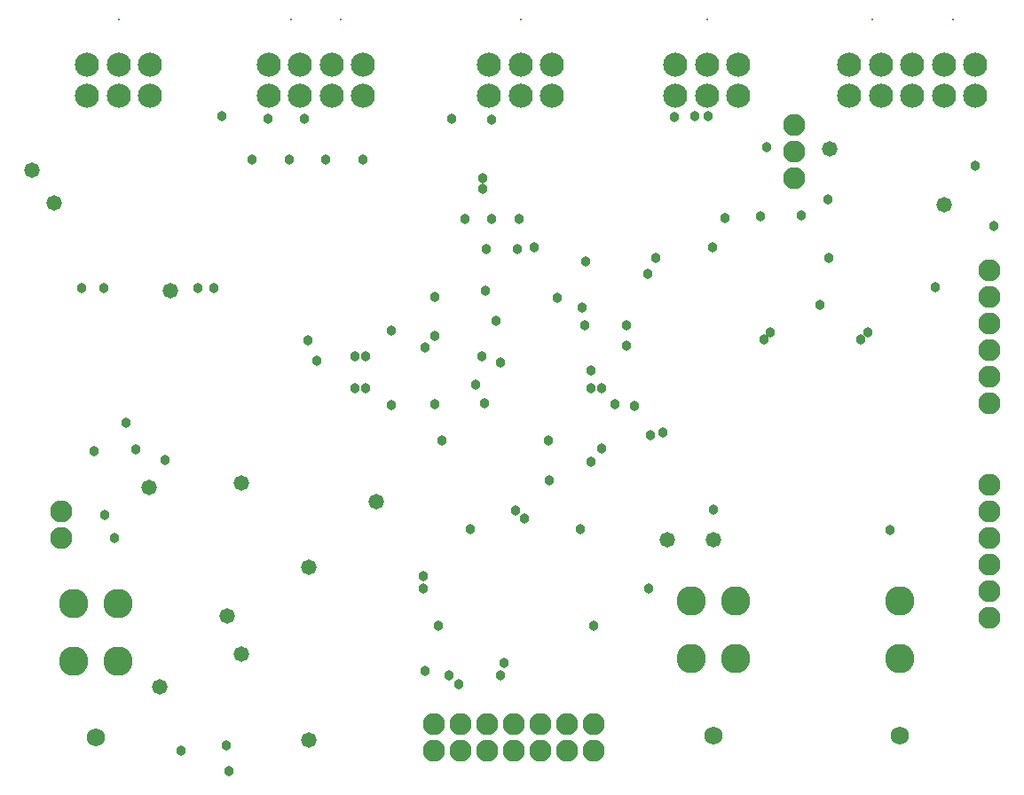
<source format=gbs>
G04*
G04 #@! TF.GenerationSoftware,Altium Limited,CircuitStudio,1.5.2 (30)*
G04*
G04 Layer_Color=8150272*
%FSLAX25Y25*%
%MOIN*%
G70*
G01*
G75*
%ADD74C,0.08280*%
%ADD75C,0.11036*%
%ADD76C,0.06800*%
%ADD77C,0.00800*%
%ADD78C,0.09068*%
%ADD79C,0.03800*%
%ADD80C,0.05800*%
D74*
X468504Y250000D02*
D03*
Y260000D02*
D03*
Y270000D02*
D03*
Y280000D02*
D03*
Y290000D02*
D03*
Y300000D02*
D03*
Y330709D02*
D03*
Y340709D02*
D03*
Y350709D02*
D03*
Y360709D02*
D03*
Y370709D02*
D03*
Y380709D02*
D03*
X260000Y210000D02*
D03*
X270000D02*
D03*
X280000D02*
D03*
X290000D02*
D03*
X300000D02*
D03*
X310000D02*
D03*
X320000D02*
D03*
Y200000D02*
D03*
X310000D02*
D03*
X300000D02*
D03*
X290000D02*
D03*
X280000D02*
D03*
X270000D02*
D03*
X260000D02*
D03*
X120000Y280000D02*
D03*
Y290000D02*
D03*
X395331Y415378D02*
D03*
Y425378D02*
D03*
Y435378D02*
D03*
D75*
X124732Y233740D02*
D03*
Y255394D02*
D03*
X141268D02*
D03*
Y233740D02*
D03*
X356732Y234724D02*
D03*
Y256378D02*
D03*
X373268D02*
D03*
Y234724D02*
D03*
X435000Y256378D02*
D03*
Y234724D02*
D03*
D76*
X133000Y205000D02*
D03*
X365000Y205984D02*
D03*
X435000D02*
D03*
D77*
X362520Y475197D02*
D03*
X424512D02*
D03*
X454827D02*
D03*
X292520D02*
D03*
X206323D02*
D03*
X224827D02*
D03*
X141520D02*
D03*
D78*
X374331Y458189D02*
D03*
X362520D02*
D03*
X350709D02*
D03*
Y446378D02*
D03*
X362520D02*
D03*
X374331D02*
D03*
X463331Y458189D02*
D03*
X451520D02*
D03*
X439709D02*
D03*
X427898D02*
D03*
X416087D02*
D03*
Y446378D02*
D03*
X427898D02*
D03*
X439709D02*
D03*
X451520D02*
D03*
X463331D02*
D03*
X304331Y458189D02*
D03*
X292520D02*
D03*
X280709D02*
D03*
Y446378D02*
D03*
X292520D02*
D03*
X304331D02*
D03*
X233331Y458189D02*
D03*
X221520D02*
D03*
X209709D02*
D03*
X197898D02*
D03*
Y446378D02*
D03*
X209709D02*
D03*
X221520D02*
D03*
X233331D02*
D03*
X153331Y458189D02*
D03*
X141520D02*
D03*
X129709D02*
D03*
Y446378D02*
D03*
X141520D02*
D03*
X153331D02*
D03*
D79*
X290551Y290551D02*
D03*
X294094Y287402D02*
D03*
X463386Y420079D02*
D03*
X470472Y397638D02*
D03*
X369291Y400394D02*
D03*
X260236Y370866D02*
D03*
X320079Y247244D02*
D03*
X261811D02*
D03*
X343307Y385433D02*
D03*
X256693Y230315D02*
D03*
X255906Y265748D02*
D03*
X262992Y316929D02*
D03*
X269291Y225197D02*
D03*
X265748Y228346D02*
D03*
X159055Y309449D02*
D03*
X314961Y283465D02*
D03*
X273622D02*
D03*
X271654Y400000D02*
D03*
X279134Y330709D02*
D03*
X182087Y202165D02*
D03*
X164961Y200000D02*
D03*
X183071Y192520D02*
D03*
X306299Y370472D02*
D03*
X318898Y308661D02*
D03*
X322835Y313779D02*
D03*
X256692Y351969D02*
D03*
X335433Y329921D02*
D03*
X318898Y343307D02*
D03*
Y336614D02*
D03*
X322835D02*
D03*
X286221Y233071D02*
D03*
X285039Y228346D02*
D03*
X327953Y330578D02*
D03*
X260236D02*
D03*
Y356178D02*
D03*
X303150Y316929D02*
D03*
X316535Y360178D02*
D03*
X279431Y373228D02*
D03*
X266535Y437795D02*
D03*
X281496Y437402D02*
D03*
Y400000D02*
D03*
X292126D02*
D03*
X279528Y388976D02*
D03*
X291339D02*
D03*
X171260Y374016D02*
D03*
X177165D02*
D03*
X127559D02*
D03*
X135831Y374020D02*
D03*
X212598Y354331D02*
D03*
X216142Y346850D02*
D03*
X211417Y437795D02*
D03*
X197638D02*
D03*
X358012Y438839D02*
D03*
X278346Y411417D02*
D03*
Y415354D02*
D03*
X140000Y280079D02*
D03*
X431260Y283307D02*
D03*
X297638Y389370D02*
D03*
X316929Y384252D02*
D03*
X332283Y352362D02*
D03*
Y360236D02*
D03*
X275590Y337795D02*
D03*
X362992Y438976D02*
D03*
X180315D02*
D03*
X191732Y422441D02*
D03*
X205512D02*
D03*
X219291D02*
D03*
X233465D02*
D03*
X244094Y330315D02*
D03*
Y358268D02*
D03*
X350394Y438583D02*
D03*
X407874Y407480D02*
D03*
X382677Y401181D02*
D03*
X408268Y385433D02*
D03*
X397835Y401378D02*
D03*
X405118Y367717D02*
D03*
X364567Y389370D02*
D03*
X144488Y323622D02*
D03*
X277953Y348425D02*
D03*
X285039Y346063D02*
D03*
X315748Y366929D02*
D03*
X386221Y357480D02*
D03*
X383857Y354724D02*
D03*
X422835Y357480D02*
D03*
X420472Y354724D02*
D03*
X303331Y301756D02*
D03*
X341339Y318898D02*
D03*
X283465Y361811D02*
D03*
X346063Y319685D02*
D03*
X340354Y379331D02*
D03*
X230315Y336614D02*
D03*
Y348425D02*
D03*
X234252Y336614D02*
D03*
Y348425D02*
D03*
X255906Y261024D02*
D03*
X364961Y290945D02*
D03*
X340551Y261024D02*
D03*
X448425Y374410D02*
D03*
X385039Y427165D02*
D03*
X148031Y313386D02*
D03*
X132425Y312992D02*
D03*
X136221Y288976D02*
D03*
D80*
X238189Y293701D02*
D03*
X212913Y204016D02*
D03*
X212874Y269016D02*
D03*
X187795Y236614D02*
D03*
X182283Y250787D02*
D03*
X187795Y300787D02*
D03*
X153150Y299213D02*
D03*
X157087Y224016D02*
D03*
X160927Y373325D02*
D03*
X109055Y418504D02*
D03*
X117323Y406299D02*
D03*
X408661Y426378D02*
D03*
X347638Y279528D02*
D03*
X364961D02*
D03*
X451575Y405512D02*
D03*
M02*

</source>
